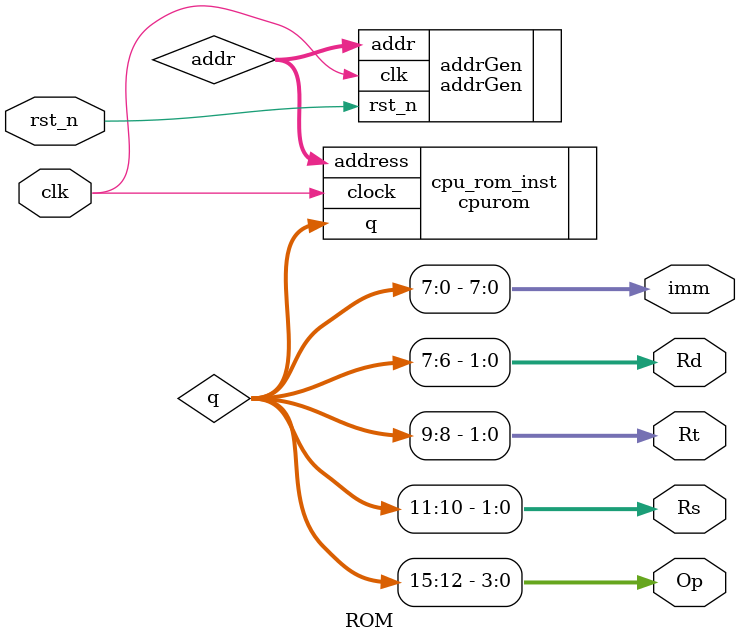
<source format=v>
module ROM(clk,rst_n,Op,Rs,Rt,Rd,imm);
 input clk;
 input rst_n;
 output reg[3:0]Op;
 output reg[1:0]Rs;
 output reg[1:0]Rt;
 output reg[1:0]Rd;
 output reg[7:0]imm;
 wire [15:0]q;
 wire [7:0]addr;
 
 always@(*) begin
  Op=q[15:12];
  Rs=q[11:10];
  Rt=q[9:8];
  Rd=q[7:6];
  imm=q[7:0];
 end
 
 addrGen addrGen(
			.clk(clk),
			.rst_n(rst_n),
			.addr(addr)
			);
 cpurom cpu_rom_inst(
			.address(addr),
			.clock(clk),
			.q(q)
			);
endmodule
</source>
